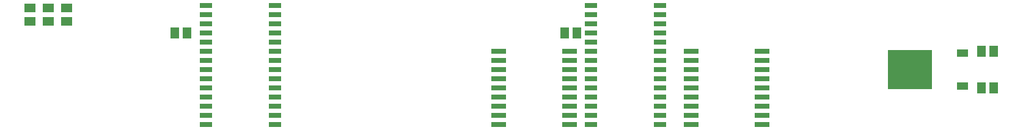
<source format=gtp>
G75*
%MOIN*%
%OFA0B0*%
%FSLAX24Y24*%
%IPPOS*%
%LPD*%
%AMOC8*
5,1,8,0,0,1.08239X$1,22.5*
%
%ADD10R,0.0669X0.0256*%
%ADD11R,0.0800X0.0260*%
%ADD12R,0.0512X0.0591*%
%ADD13R,0.2441X0.2126*%
%ADD14R,0.0630X0.0394*%
%ADD15R,0.0591X0.0512*%
D10*
X027451Y001180D03*
X027451Y001680D03*
X027451Y002180D03*
X027451Y002680D03*
X027451Y003180D03*
X027451Y003680D03*
X027451Y004180D03*
X027451Y004680D03*
X027451Y005180D03*
X027451Y005680D03*
X027451Y006180D03*
X027451Y006680D03*
X027451Y007180D03*
X027451Y007680D03*
X031215Y007680D03*
X031215Y007180D03*
X031215Y006680D03*
X031215Y006180D03*
X031215Y005680D03*
X031215Y005180D03*
X031215Y004680D03*
X031215Y004180D03*
X031215Y003680D03*
X031215Y003180D03*
X031215Y002680D03*
X031215Y002180D03*
X031215Y001680D03*
X031215Y001180D03*
X048451Y001180D03*
X048451Y001680D03*
X048451Y002180D03*
X048451Y002680D03*
X048451Y003180D03*
X048451Y003680D03*
X048451Y004180D03*
X048451Y004680D03*
X048451Y005180D03*
X048451Y005680D03*
X048451Y006180D03*
X048451Y006680D03*
X048451Y007180D03*
X048451Y007680D03*
X052215Y007680D03*
X052215Y007180D03*
X052215Y006680D03*
X052215Y006180D03*
X052215Y005680D03*
X052215Y005180D03*
X052215Y004680D03*
X052215Y004180D03*
X052215Y003680D03*
X052215Y003180D03*
X052215Y002680D03*
X052215Y002180D03*
X052215Y001680D03*
X052215Y001180D03*
D11*
X053903Y001180D03*
X053903Y001680D03*
X053903Y002180D03*
X053903Y002680D03*
X053903Y003180D03*
X053903Y003680D03*
X053903Y004180D03*
X053903Y004680D03*
X053903Y005180D03*
X057763Y005180D03*
X057763Y004680D03*
X057763Y004180D03*
X057763Y003680D03*
X057763Y003180D03*
X057763Y002680D03*
X057763Y002180D03*
X057763Y001680D03*
X057763Y001180D03*
X047263Y001180D03*
X047263Y001680D03*
X047263Y002180D03*
X047263Y002680D03*
X047263Y003180D03*
X047263Y003680D03*
X047263Y004180D03*
X047263Y004680D03*
X047263Y005180D03*
X043403Y005180D03*
X043403Y004680D03*
X043403Y004180D03*
X043403Y003680D03*
X043403Y003180D03*
X043403Y002680D03*
X043403Y002180D03*
X043403Y001680D03*
X043403Y001180D03*
D12*
X046999Y006180D03*
X047668Y006180D03*
X026418Y006180D03*
X025749Y006180D03*
X069749Y005180D03*
X070418Y005180D03*
X070418Y003180D03*
X069749Y003180D03*
D13*
X065849Y004180D03*
D14*
X068723Y003282D03*
X068723Y005078D03*
D15*
X017833Y006806D03*
X018833Y006806D03*
X019833Y006806D03*
X019833Y007554D03*
X018833Y007554D03*
X017833Y007554D03*
M02*

</source>
